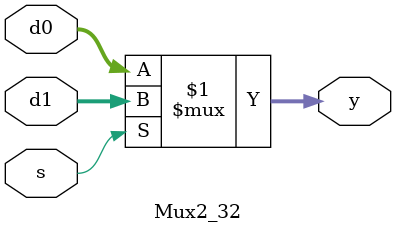
<source format=v>
`timescale 1ns / 1ps


module Mux2_32(
    input  [31:0] d0,       // 第一个32位输入
    input  [31:0] d1,       // 第二个32位输入
    input         s,        // 选择信号
    output [31:0] y         // 32位输出
);

    // 当s=0时选择d0，当s=1时选择d1
    assign y = s ? d1 : d0;

endmodule
</source>
